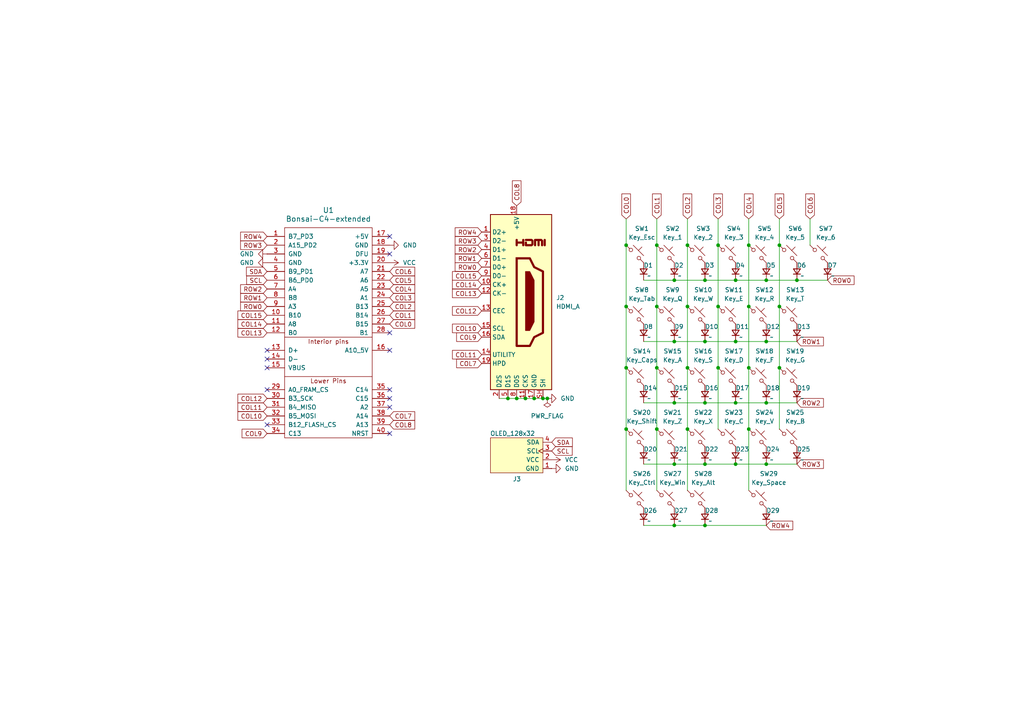
<source format=kicad_sch>
(kicad_sch (version 20231120) (generator "eeschema") (generator_version "8.0")
  (paper "A4")
  (lib_symbols
    (symbol "Bonsai_C4:Bonsai-C4-extended" (pin_names (offset 1.016))
      (property "Reference" "U" (at 0 24.13 0))
      (property "Value" "Bonsai-C4-extended" (at 0 -48.26 0))
      (symbol "Bonsai-C4-extended_0_0"
        (text "Lower Pins" (at 0 -22.86 0) (effects (font (size 1.27 1.27))))
      )
      (symbol "Bonsai-C4-extended_0_1"
        (polyline (pts (xy -12.7 -21.59) (xy 12.7 -21.59)))
      )
      (symbol "Bonsai-C4-extended_1_1"
        (rectangle (start -12.7 21.59) (end 12.7 -39.37))
        (polyline (pts (xy -12.7 -10.16) (xy 12.7 -10.16)))
        (text "Interior pins" (at 0 -11.43 0) (effects (font (size 1.27 1.27))))
        (pin bidirectional line (at -17.78 19.05 0) (length 5.08) (name "B7_PD3") (number "1"))
        (pin bidirectional line (at -17.78 -3.81 0) (length 5.08) (name "B10") (number "10"))
        (pin bidirectional line (at -17.78 -6.35 0) (length 5.08) (name "A8") (number "11"))
        (pin bidirectional line (at -17.78 -8.89 0) (length 5.08) (name "B0") (number "12"))
        (pin bidirectional line (at -17.78 -13.97 0) (length 5.08) (name "D+") (number "13"))
        (pin bidirectional line (at -17.78 -16.51 0) (length 5.08) (name "D-") (number "14"))
        (pin power_out line (at -17.78 -19.05 0) (length 5.08) (name "VBUS") (number "15"))
        (pin output line (at 17.78 -13.97 180) (length 5.08) (name "A10_5V") (number "16"))
        (pin power_out line (at 17.78 19.05 180) (length 5.08) (name "+5V") (number "17"))
        (pin power_in line (at 17.78 16.51 180) (length 5.08) (name "GND") (number "18"))
        (pin input line (at 17.78 13.97 180) (length 5.08) (name "DFU") (number "19"))
        (pin bidirectional line (at -17.78 16.51 0) (length 5.08) (name "A15_PD2") (number "2"))
        (pin power_out line (at 17.78 11.43 180) (length 5.08) (name "+3.3V") (number "20"))
        (pin bidirectional line (at 17.78 8.89 180) (length 5.08) (name "A7") (number "21"))
        (pin bidirectional line (at 17.78 6.35 180) (length 5.08) (name "A6") (number "22"))
        (pin bidirectional line (at 17.78 3.81 180) (length 5.08) (name "A5") (number "23"))
        (pin bidirectional line (at 17.78 1.27 180) (length 5.08) (name "A1") (number "24"))
        (pin bidirectional line (at 17.78 -1.27 180) (length 5.08) (name "B13") (number "25"))
        (pin bidirectional line (at 17.78 -3.81 180) (length 5.08) (name "B14") (number "26"))
        (pin bidirectional line (at 17.78 -6.35 180) (length 5.08) (name "B15") (number "27"))
        (pin bidirectional line (at 17.78 -8.89 180) (length 5.08) (name "B1") (number "28"))
        (pin output line (at -17.78 -25.4 0) (length 5.08) (name "A0_FRAM_CS") (number "29"))
        (pin power_in line (at -17.78 13.97 0) (length 5.08) (name "GND") (number "3"))
        (pin output line (at -17.78 -27.94 0) (length 5.08) (name "B3_SCK") (number "30"))
        (pin input line (at -17.78 -30.48 0) (length 5.08) (name "B4_MISO") (number "31"))
        (pin output line (at -17.78 -33.02 0) (length 5.08) (name "B5_MOSI") (number "32"))
        (pin output line (at -17.78 -35.56 0) (length 5.08) (name "B12_FLASH_CS") (number "33"))
        (pin bidirectional line (at -17.78 -38.1 0) (length 5.08) (name "C13") (number "34"))
        (pin bidirectional line (at 17.78 -25.4 180) (length 5.08) (name "C14") (number "35"))
        (pin bidirectional line (at 17.78 -27.94 180) (length 5.08) (name "C15") (number "36"))
        (pin bidirectional line (at 17.78 -30.48 180) (length 5.08) (name "A2") (number "37"))
        (pin bidirectional line (at 17.78 -33.02 180) (length 5.08) (name "A14") (number "38"))
        (pin bidirectional line (at 17.78 -35.56 180) (length 5.08) (name "A13") (number "39"))
        (pin power_in line (at -17.78 11.43 0) (length 5.08) (name "GND") (number "4"))
        (pin input line (at 17.78 -38.1 180) (length 5.08) (name "NRST") (number "40"))
        (pin bidirectional line (at -17.78 8.89 0) (length 5.08) (name "B9_PD1") (number "5"))
        (pin bidirectional line (at -17.78 6.35 0) (length 5.08) (name "B6_PD0") (number "6"))
        (pin bidirectional line (at -17.78 3.81 0) (length 5.08) (name "A4") (number "7"))
        (pin bidirectional line (at -17.78 1.27 0) (length 5.08) (name "B8") (number "8"))
        (pin bidirectional line (at -17.78 -1.27 0) (length 5.08) (name "A3") (number "9"))
      )
    )
    (symbol "Connector:HDMI_A"
      (property "Reference" "J" (at -6.35 26.67 0))
      (property "Value" "HDMI_A" (at 10.16 26.67 0))
      (symbol "HDMI_A_0_0"
        (polyline (pts (xy 8.128 16.51) (xy 8.128 18.034)) (stroke (width 0.635)))
        (polyline (pts (xy 0 16.51) (xy 0 18.034) (xy 0 17.272) (xy 1.905 17.272) (xy 1.905 18.034) (xy 1.905 16.51)) (stroke (width 0.635)))
        (polyline (pts (xy 2.667 18.034) (xy 4.318 18.034) (xy 4.572 17.78) (xy 4.572 16.764) (xy 4.318 16.51) (xy 2.667 16.51) (xy 2.667 17.272)) (stroke (width 0.635)))
      )
      (symbol "HDMI_A_0_1"
        (rectangle (start -7.62 25.4) (end 10.16 -25.4) (stroke (width 0.254)) (fill (type background)))
        (polyline (pts (xy 2.54 8.89) (xy 3.81 8.89) (xy 5.08 6.35) (xy 5.08 -5.715) (xy 3.81 -8.255) (xy 2.54 -8.255) (xy 2.54 8.89)) (fill (type outline)))
        (polyline (pts (xy 5.334 16.51) (xy 5.334 18.034) (xy 6.35 18.034) (xy 6.35 16.51) (xy 6.35 18.034) (xy 7.112 18.034) (xy 7.366 17.78) (xy 7.366 16.51)) (stroke (width 0.635)))
        (polyline (pts (xy 0 12.7) (xy 0 -12.7) (xy 3.81 -12.7) (xy 5.08 -10.16) (xy 7.62 -8.89) (xy 7.62 8.89) (xy 5.08 10.16) (xy 3.81 12.7) (xy 0 12.7)) (stroke (width 0.635)))
      )
      (symbol "HDMI_A_1_1"
        (pin passive line (at -10.16 20.32 0) (length 2.54) (name "D2+") (number "1"))
        (pin passive line (at -10.16 5.08 0) (length 2.54) (name "CK+") (number "10"))
        (pin power_in line (at 2.54 -27.94 90) (length 2.54) (name "CKS") (number "11"))
        (pin passive line (at -10.16 2.54 0) (length 2.54) (name "CK-") (number "12"))
        (pin bidirectional line (at -10.16 -2.54 0) (length 2.54) (name "CEC") (number "13"))
        (pin passive line (at -10.16 -15.24 0) (length 2.54) (name "UTILITY") (number "14"))
        (pin passive line (at -10.16 -7.62 0) (length 2.54) (name "SCL") (number "15"))
        (pin bidirectional line (at -10.16 -10.16 0) (length 2.54) (name "SDA") (number "16"))
        (pin power_in line (at 5.08 -27.94 90) (length 2.54) (name "GND") (number "17"))
        (pin power_in line (at 0 27.94 270) (length 2.54) (name "+5V") (number "18"))
        (pin passive line (at -10.16 -17.78 0) (length 2.54) (name "HPD") (number "19"))
        (pin power_in line (at -5.08 -27.94 90) (length 2.54) (name "D2S") (number "2"))
        (pin passive line (at -10.16 17.78 0) (length 2.54) (name "D2-") (number "3"))
        (pin passive line (at -10.16 15.24 0) (length 2.54) (name "D1+") (number "4"))
        (pin power_in line (at -2.54 -27.94 90) (length 2.54) (name "D1S") (number "5"))
        (pin passive line (at -10.16 12.7 0) (length 2.54) (name "D1-") (number "6"))
        (pin passive line (at -10.16 10.16 0) (length 2.54) (name "D0+") (number "7"))
        (pin power_in line (at 0 -27.94 90) (length 2.54) (name "D0S") (number "8"))
        (pin passive line (at -10.16 7.62 0) (length 2.54) (name "D0-") (number "9"))
        (pin passive line (at 7.62 -27.94 90) (length 2.54) (name "SH") (number "SH"))
      )
    )
    (symbol "Device:D_Small" (pin_numbers hide) (pin_names (offset 0.254) hide)
      (property "Reference" "D" (at -1.27 2.032 0))
      (property "Value" "D_Small" (at -3.81 -2.032 0))
      (symbol "D_Small_0_1"
        (polyline (pts (xy -0.762 -1.016) (xy -0.762 1.016)) (stroke (width 0.254)))
        (polyline (pts (xy -0.762 0) (xy 0.762 0)))
        (polyline (pts (xy 0.762 -1.016) (xy -0.762 0) (xy 0.762 1.016) (xy 0.762 -1.016)) (stroke (width 0.254)))
      )
      (symbol "D_Small_1_1"
        (pin passive line (at -2.54 0 0) (length 1.778) (name "K") (number "1"))
        (pin passive line (at 2.54 0 180) (length 1.778) (name "A") (number "2"))
      )
    )
    (symbol "ScottoKeebs:OLED_128x32" (pin_names (offset 1.016))
      (property "Reference" "J" (at 0 -6.35 0))
      (property "Value" "OLED_128x32" (at 0 6.35 0))
      (symbol "OLED_128x32_0_1"
        (rectangle (start 0 5.08) (end 15.24 -5.08) (fill (type background)))
      )
      (symbol "OLED_128x32_1_1"
        (pin power_in line (at -2.54 -3.81 0) (length 2.54) (name "GND") (number "1"))
        (pin power_in line (at -2.54 -1.27 0) (length 2.54) (name "VCC") (number "2"))
        (pin input clock (at -2.54 1.27 0) (length 2.54) (name "SCL") (number "3"))
        (pin bidirectional line (at -2.54 3.81 0) (length 2.54) (name "SDA") (number "4"))
      )
    )
    (symbol "Switch:SW_Push_45deg" (pin_numbers hide) (pin_names (offset 1.016) hide)
      (property "Reference" "SW" (at 3.048 1.016 0))
      (property "Value" "SW_Push_45deg" (at 0 -3.81 0))
      (symbol "SW_Push_45deg_0_1"
        (circle (center -1.1684 1.1684) (radius 0.508))
        (polyline (pts (xy -0.508 2.54) (xy 2.54 -0.508)))
        (polyline (pts (xy 1.016 1.016) (xy 2.032 2.032)))
        (polyline (pts (xy -2.54 2.54) (xy -1.524 1.524) (xy -1.524 1.524)))
        (polyline (pts (xy 1.524 -1.524) (xy 2.54 -2.54) (xy 2.54 -2.54) (xy 2.54 -2.54)))
        (circle (center 1.143 -1.1938) (radius 0.508))
        (pin passive line (at -2.54 2.54 0) (length 0) (name "1") (number "1"))
        (pin passive line (at 2.54 -2.54 180) (length 0) (name "2") (number "2"))
      )
    )
    (symbol "power:GND" (power) (pin_numbers hide) (pin_names (offset 0) hide)
      (property "Value" "GND" (at 0 -3.81 0))
      (symbol "GND_0_1"
        (polyline (pts (xy 0 0) (xy 0 -1.27) (xy 1.27 -1.27) (xy 0 -2.54) (xy -1.27 -1.27) (xy 0 -1.27)))
      )
      (symbol "GND_1_1"
        (pin power_in line (at 0 0 270) (length 0) (name "~") (number "1"))
      )
    )
    (symbol "power:PWR_FLAG" (power) (pin_numbers hide) (pin_names (offset 0) hide)
      (property "Value" "PWR_FLAG" (at 0 3.81 0))
      (symbol "PWR_FLAG_0_0"
        (pin power_out line (at 0 0 90) (length 0) (name "~") (number "1"))
      )
      (symbol "PWR_FLAG_0_1"
        (polyline (pts (xy 0 0) (xy 0 1.27) (xy -1.016 1.905) (xy 0 2.54) (xy 1.016 1.905) (xy 0 1.27)))
      )
    )
    (symbol "power:VCC" (power) (pin_numbers hide) (pin_names (offset 0) hide)
      (property "Value" "VCC" (at 0 3.556 0))
      (symbol "VCC_0_1"
        (polyline (pts (xy -0.762 1.27) (xy 0 2.54)))
        (polyline (pts (xy 0 0) (xy 0 2.54)))
        (polyline (pts (xy 0 2.54) (xy 0.762 1.27)))
      )
      (symbol "VCC_1_1"
        (pin power_in line (at 0 0 90) (length 0) (name "~") (number "1"))
      )
    )
  )
  (junction (at 190.5 88.9))
  (junction (at 195.58 116.84))
  (junction (at 217.17 88.9))
  (junction (at 226.06 71.12))
  (junction (at 199.39 124.46))
  (junction (at 213.36 99.06))
  (junction (at 226.06 106.68))
  (junction (at 195.58 81.28))
  (junction (at 204.47 81.28))
  (junction (at 195.58 99.06))
  (junction (at 217.17 71.12))
  (junction (at 217.17 124.46))
  (junction (at 222.25 116.84))
  (junction (at 181.61 106.68))
  (junction (at 222.25 99.06))
  (junction (at 204.47 152.4))
  (junction (at 190.5 71.12))
  (junction (at 181.61 88.9))
  (junction (at 195.58 134.62))
  (junction (at 222.25 81.28))
  (junction (at 213.36 81.28))
  (junction (at 222.25 134.62))
  (junction (at 204.47 99.06))
  (junction (at 154.94 115.57))
  (junction (at 199.39 106.68))
  (junction (at 213.36 116.84))
  (junction (at 199.39 88.9))
  (junction (at 226.06 88.9))
  (junction (at 213.36 134.62))
  (junction (at 149.86 115.57))
  (junction (at 181.61 124.46))
  (junction (at 157.48 115.57))
  (junction (at 181.61 71.12))
  (junction (at 217.17 106.68))
  (junction (at 208.28 106.68))
  (junction (at 231.14 81.28))
  (junction (at 158.75 115.57))
  (junction (at 190.5 106.68))
  (junction (at 152.4 115.57))
  (junction (at 190.5 124.46))
  (junction (at 208.28 88.9))
  (junction (at 147.32 115.57))
  (junction (at 204.47 134.62))
  (junction (at 208.28 71.12))
  (junction (at 204.47 116.84))
  (junction (at 195.58 152.4))
  (junction (at 199.39 71.12))
  (no_connect (at 113.03 115.57))
  (no_connect (at 113.03 113.03))
  (no_connect (at 113.03 101.6))
  (no_connect (at 113.03 96.52))
  (no_connect (at 77.47 113.03))
  (no_connect (at 77.47 101.6))
  (no_connect (at 113.03 118.11))
  (no_connect (at 77.47 123.19))
  (no_connect (at 77.47 106.68))
  (no_connect (at 77.47 104.14))
  (no_connect (at 113.03 125.73))
  (no_connect (at 113.03 73.66))
  (no_connect (at 113.03 68.58))
  (wire (pts (xy 208.28 71.12) (xy 208.28 88.9)))
  (wire (pts (xy 213.36 99.06) (xy 222.25 99.06)))
  (wire (pts (xy 231.14 81.28) (xy 240.03 81.28)))
  (wire (pts (xy 181.61 88.9) (xy 181.61 106.68)))
  (wire (pts (xy 186.69 134.62) (xy 195.58 134.62)))
  (wire (pts (xy 204.47 99.06) (xy 213.36 99.06)))
  (wire (pts (xy 213.36 116.84) (xy 222.25 116.84)))
  (wire (pts (xy 181.61 106.68) (xy 181.61 124.46)))
  (wire (pts (xy 158.75 115.57) (xy 157.48 115.57)))
  (wire (pts (xy 222.25 99.06) (xy 231.14 99.06)))
  (wire (pts (xy 217.17 88.9) (xy 217.17 106.68)))
  (wire (pts (xy 190.5 63.5) (xy 190.5 71.12)))
  (wire (pts (xy 190.5 124.46) (xy 190.5 142.24)))
  (wire (pts (xy 190.5 106.68) (xy 190.5 124.46)))
  (wire (pts (xy 195.58 116.84) (xy 204.47 116.84)))
  (wire (pts (xy 208.28 106.68) (xy 208.28 124.46)))
  (wire (pts (xy 234.95 63.5) (xy 234.95 71.12)))
  (wire (pts (xy 226.06 71.12) (xy 226.06 88.9)))
  (wire (pts (xy 226.06 106.68) (xy 226.06 124.46)))
  (wire (pts (xy 204.47 81.28) (xy 213.36 81.28)))
  (wire (pts (xy 199.39 106.68) (xy 199.39 124.46)))
  (wire (pts (xy 226.06 63.5) (xy 226.06 71.12)))
  (wire (pts (xy 208.28 63.5) (xy 208.28 71.12)))
  (wire (pts (xy 199.39 124.46) (xy 199.39 142.24)))
  (wire (pts (xy 181.61 71.12) (xy 181.61 88.9)))
  (wire (pts (xy 186.69 81.28) (xy 195.58 81.28)))
  (wire (pts (xy 204.47 116.84) (xy 213.36 116.84)))
  (wire (pts (xy 204.47 152.4) (xy 222.25 152.4)))
  (wire (pts (xy 222.25 134.62) (xy 231.14 134.62)))
  (wire (pts (xy 144.78 115.57) (xy 147.32 115.57)))
  (wire (pts (xy 181.61 63.5) (xy 181.61 71.12)))
  (wire (pts (xy 199.39 88.9) (xy 199.39 106.68)))
  (wire (pts (xy 190.5 71.12) (xy 190.5 88.9)))
  (wire (pts (xy 147.32 115.57) (xy 149.86 115.57)))
  (wire (pts (xy 154.94 115.57) (xy 157.48 115.57)))
  (wire (pts (xy 208.28 88.9) (xy 208.28 106.68)))
  (wire (pts (xy 217.17 124.46) (xy 217.17 142.24)))
  (wire (pts (xy 217.17 71.12) (xy 217.17 88.9)))
  (wire (pts (xy 186.69 152.4) (xy 195.58 152.4)))
  (wire (pts (xy 226.06 88.9) (xy 226.06 106.68)))
  (wire (pts (xy 152.4 115.57) (xy 154.94 115.57)))
  (wire (pts (xy 186.69 99.06) (xy 195.58 99.06)))
  (wire (pts (xy 217.17 63.5) (xy 217.17 71.12)))
  (wire (pts (xy 195.58 81.28) (xy 204.47 81.28)))
  (wire (pts (xy 190.5 88.9) (xy 190.5 106.68)))
  (wire (pts (xy 222.25 81.28) (xy 231.14 81.28)))
  (wire (pts (xy 217.17 106.68) (xy 217.17 124.46)))
  (wire (pts (xy 195.58 99.06) (xy 204.47 99.06)))
  (wire (pts (xy 195.58 152.4) (xy 204.47 152.4)))
  (wire (pts (xy 204.47 134.62) (xy 213.36 134.62)))
  (wire (pts (xy 199.39 71.12) (xy 199.39 88.9)))
  (wire (pts (xy 222.25 116.84) (xy 231.14 116.84)))
  (wire (pts (xy 186.69 116.84) (xy 195.58 116.84)))
  (wire (pts (xy 213.36 81.28) (xy 222.25 81.28)))
  (wire (pts (xy 195.58 134.62) (xy 204.47 134.62)))
  (wire (pts (xy 149.86 115.57) (xy 152.4 115.57)))
  (wire (pts (xy 181.61 124.46) (xy 181.61 142.24)))
  (wire (pts (xy 213.36 134.62) (xy 222.25 134.62)))
  (wire (pts (xy 199.39 63.5) (xy 199.39 71.12)))
  (global_label "ROW4" (shape input) (at 222.25 152.4 0) (property "Intersheetrefs" "${INTERSHEET_REFS}" (effects (hide yes))))
  (global_label "COL10" (shape input) (at 77.47 120.65 180) (property "Intersheetrefs" "${INTERSHEET_REFS}" (effects (hide yes))))
  (global_label "COL11" (shape input) (at 139.7 102.87 180) (property "Intersheetrefs" "${INTERSHEET_REFS}" (effects (hide yes))))
  (global_label "ROW4" (shape input) (at 139.7 67.31 180) (property "Intersheetrefs" "${INTERSHEET_REFS}" (effects (hide yes))))
  (global_label "COL13" (shape input) (at 77.47 96.52 180) (property "Intersheetrefs" "${INTERSHEET_REFS}" (effects (hide yes))))
  (global_label "COL14" (shape input) (at 77.47 93.98 180) (property "Intersheetrefs" "${INTERSHEET_REFS}" (effects (hide yes))))
  (global_label "COL7" (shape input) (at 113.03 120.65 0) (property "Intersheetrefs" "${INTERSHEET_REFS}" (effects (hide yes))))
  (global_label "COL6" (shape input) (at 113.03 78.74 0) (property "Intersheetrefs" "${INTERSHEET_REFS}" (effects (hide yes))))
  (global_label "COL12" (shape input) (at 139.7 90.17 180) (property "Intersheetrefs" "${INTERSHEET_REFS}" (effects (hide yes))))
  (global_label "ROW1" (shape input) (at 231.14 99.06 0) (property "Intersheetrefs" "${INTERSHEET_REFS}" (effects (hide yes))))
  (global_label "COL0" (shape input) (at 113.03 93.98 0) (property "Intersheetrefs" "${INTERSHEET_REFS}" (effects (hide yes))))
  (global_label "SDA" (shape input) (at 77.47 78.74 180) (property "Intersheetrefs" "${INTERSHEET_REFS}" (effects (hide yes))))
  (global_label "COL2" (shape input) (at 113.03 88.9 0) (property "Intersheetrefs" "${INTERSHEET_REFS}" (effects (hide yes))))
  (global_label "COL13" (shape input) (at 139.7 85.09 180) (property "Intersheetrefs" "${INTERSHEET_REFS}" (effects (hide yes))))
  (global_label "COL7" (shape input) (at 139.7 105.41 180) (property "Intersheetrefs" "${INTERSHEET_REFS}" (effects (hide yes))))
  (global_label "ROW0" (shape input) (at 240.03 81.28 0) (property "Intersheetrefs" "${INTERSHEET_REFS}" (effects (hide yes))))
  (global_label "COL11" (shape input) (at 77.47 118.11 180) (property "Intersheetrefs" "${INTERSHEET_REFS}" (effects (hide yes))))
  (global_label "COL8" (shape input) (at 149.86 59.69 90) (property "Intersheetrefs" "${INTERSHEET_REFS}" (effects (hide yes))))
  (global_label "COL8" (shape input) (at 113.03 123.19 0) (property "Intersheetrefs" "${INTERSHEET_REFS}" (effects (hide yes))))
  (global_label "ROW2" (shape input) (at 231.14 116.84 0) (property "Intersheetrefs" "${INTERSHEET_REFS}" (effects (hide yes))))
  (global_label "COL1" (shape input) (at 190.5 63.5 90) (property "Intersheetrefs" "${INTERSHEET_REFS}" (effects (hide yes))))
  (global_label "ROW3" (shape input) (at 77.47 71.12 180) (property "Intersheetrefs" "${INTERSHEET_REFS}" (effects (hide yes))))
  (global_label "COL6" (shape input) (at 234.95 63.5 90) (property "Intersheetrefs" "${INTERSHEET_REFS}" (effects (hide yes))))
  (global_label "SCL" (shape input) (at 77.47 81.28 180) (property "Intersheetrefs" "${INTERSHEET_REFS}" (effects (hide yes))))
  (global_label "COL4" (shape input) (at 217.17 63.5 90) (property "Intersheetrefs" "${INTERSHEET_REFS}" (effects (hide yes))))
  (global_label "COL15" (shape input) (at 77.47 91.44 180) (property "Intersheetrefs" "${INTERSHEET_REFS}" (effects (hide yes))))
  (global_label "COL9" (shape input) (at 77.47 125.73 180) (property "Intersheetrefs" "${INTERSHEET_REFS}" (effects (hide yes))))
  (global_label "COL0" (shape input) (at 181.61 63.5 90) (property "Intersheetrefs" "${INTERSHEET_REFS}" (effects (hide yes))))
  (global_label "COL9" (shape input) (at 139.7 97.79 180) (property "Intersheetrefs" "${INTERSHEET_REFS}" (effects (hide yes))))
  (global_label "ROW0" (shape input) (at 77.47 88.9 180) (property "Intersheetrefs" "${INTERSHEET_REFS}" (effects (hide yes))))
  (global_label "COL10" (shape input) (at 139.7 95.25 180) (property "Intersheetrefs" "${INTERSHEET_REFS}" (effects (hide yes))))
  (global_label "ROW3" (shape input) (at 139.7 69.85 180) (property "Intersheetrefs" "${INTERSHEET_REFS}" (effects (hide yes))))
  (global_label "COL2" (shape input) (at 199.39 63.5 90) (property "Intersheetrefs" "${INTERSHEET_REFS}" (effects (hide yes))))
  (global_label "COL1" (shape input) (at 113.03 91.44 0) (property "Intersheetrefs" "${INTERSHEET_REFS}" (effects (hide yes))))
  (global_label "COL5" (shape input) (at 226.06 63.5 90) (property "Intersheetrefs" "${INTERSHEET_REFS}" (effects (hide yes))))
  (global_label "ROW2" (shape input) (at 139.7 72.39 180) (property "Intersheetrefs" "${INTERSHEET_REFS}" (effects (hide yes))))
  (global_label "COL12" (shape input) (at 77.47 115.57 180) (property "Intersheetrefs" "${INTERSHEET_REFS}" (effects (hide yes))))
  (global_label "COL4" (shape input) (at 113.03 83.82 0) (property "Intersheetrefs" "${INTERSHEET_REFS}" (effects (hide yes))))
  (global_label "COL14" (shape input) (at 139.7 82.55 180) (property "Intersheetrefs" "${INTERSHEET_REFS}" (effects (hide yes))))
  (global_label "ROW1" (shape input) (at 77.47 86.36 180) (property "Intersheetrefs" "${INTERSHEET_REFS}" (effects (hide yes))))
  (global_label "COL3" (shape input) (at 113.03 86.36 0) (property "Intersheetrefs" "${INTERSHEET_REFS}" (effects (hide yes))))
  (global_label "SDA" (shape input) (at 160.02 128.27 0) (property "Intersheetrefs" "${INTERSHEET_REFS}" (effects (hide yes))))
  (global_label "ROW3" (shape input) (at 231.14 134.62 0) (property "Intersheetrefs" "${INTERSHEET_REFS}" (effects (hide yes))))
  (global_label "ROW0" (shape input) (at 139.7 77.47 180) (property "Intersheetrefs" "${INTERSHEET_REFS}" (effects (hide yes))))
  (global_label "ROW1" (shape input) (at 139.7 74.93 180) (property "Intersheetrefs" "${INTERSHEET_REFS}" (effects (hide yes))))
  (global_label "ROW4" (shape input) (at 77.47 68.58 180) (property "Intersheetrefs" "${INTERSHEET_REFS}" (effects (hide yes))))
  (global_label "COL3" (shape input) (at 208.28 63.5 90) (property "Intersheetrefs" "${INTERSHEET_REFS}" (effects (hide yes))))
  (global_label "ROW2" (shape input) (at 77.47 83.82 180) (property "Intersheetrefs" "${INTERSHEET_REFS}" (effects (hide yes))))
  (global_label "COL5" (shape input) (at 113.03 81.28 0) (property "Intersheetrefs" "${INTERSHEET_REFS}" (effects (hide yes))))
  (global_label "COL15" (shape input) (at 139.7 80.01 180) (property "Intersheetrefs" "${INTERSHEET_REFS}" (effects (hide yes))))
  (global_label "SCL" (shape input) (at 160.02 130.81 0) (property "Intersheetrefs" "${INTERSHEET_REFS}" (effects (hide yes))))
  (symbol (lib_id "Device:D_Small") (at 213.36 114.3 90) (unit 1)
    (property "Reference" "D17" (at 213.36 112.522 90) (effects (justify right)))
    (property "Value" "~" (at 214.376 115.57 90) (effects (justify right)))
    (property "Footprint" "Diode_SMD:D_SOD-123" (effects (hide yes)))
    (property "Description" "Diode, small symbol" (effects (hide yes)))
    (property "Sim.Device" "D" (effects (hide yes)))
    (property "Sim.Pins" "1=K 2=A" (effects (hide yes)))
  )
  (symbol (lib_id "ScottoKeebs:OLED_128x32") (at 157.48 132.08 0) (mirror y) (unit 1)
    (property "Reference" "J3" (at 151.13 138.938 0) (effects (justify left)))
    (property "Value" "OLED_128x32" (at 155.194 125.73 0) (effects (justify left)))
    (property "Footprint" "ScottoKeebs_Components:OLED_128x32" (effects (hide yes)))
  )
  (symbol (lib_id "Device:D_Small") (at 204.47 114.3 90) (unit 1)
    (property "Reference" "D16" (at 204.47 112.522 90) (effects (justify right)))
    (property "Value" "~" (at 205.486 115.57 90) (effects (justify right)))
    (property "Footprint" "Diode_SMD:D_SOD-123" (effects (hide yes)))
    (property "Description" "Diode, small symbol" (effects (hide yes)))
    (property "Sim.Device" "D" (effects (hide yes)))
    (property "Sim.Pins" "1=K 2=A" (effects (hide yes)))
  )
  (symbol (lib_id "Switch:SW_Push_45deg") (at 219.71 73.66 0) (unit 1)
    (property "Reference" "SW5" (at 221.742 66.294 0))
    (property "Value" "Key_4" (at 221.742 68.834 0))
    (property "Footprint" "key-switches:SW_Gateron_LowProfile_HotSwap_Good" (effects (hide yes)))
    (property "Description" "Push button switch, normally open, two pins, 45° tilted" (effects (hide yes)))
  )
  (symbol (lib_id "Device:D_Small") (at 186.69 114.3 90) (unit 1)
    (property "Reference" "D14" (at 186.69 112.522 90) (effects (justify right)))
    (property "Value" "~" (at 187.706 115.57 90) (effects (justify right)))
    (property "Footprint" "Diode_SMD:D_SOD-123" (effects (hide yes)))
    (property "Description" "Diode, small symbol" (effects (hide yes)))
    (property "Sim.Device" "D" (effects (hide yes)))
    (property "Sim.Pins" "1=K 2=A" (effects (hide yes)))
  )
  (symbol (lib_id "Connector:HDMI_A") (at 149.86 87.63 0) (unit 1)
    (property "Reference" "J2" (at 161.29 86.3599 0) (effects (justify left)))
    (property "Value" "HDMI_A" (at 161.29 88.8999 0) (effects (justify left)))
    (property "Footprint" "Connector_Video:HDMI_A_Amphenol_10029449-x01xLF_Horizontal" (effects (hide yes)))
    (property "Datasheet" "https://en.wikipedia.org/wiki/HDMI" (effects (hide yes)))
    (property "Description" "HDMI type A connector" (effects (hide yes)))
  )
  (symbol (lib_id "Device:D_Small") (at 231.14 132.08 90) (unit 1)
    (property "Reference" "D25" (at 231.14 130.302 90) (effects (justify right)))
    (property "Value" "~" (at 232.156 133.35 90) (effects (justify right)))
    (property "Footprint" "Diode_SMD:D_SOD-123" (effects (hide yes)))
    (property "Description" "Diode, small symbol" (effects (hide yes)))
    (property "Sim.Device" "D" (effects (hide yes)))
    (property "Sim.Pins" "1=K 2=A" (effects (hide yes)))
  )
  (symbol (lib_id "Switch:SW_Push_45deg") (at 201.93 91.44 0) (unit 1)
    (property "Reference" "SW10" (at 203.962 84.074 0))
    (property "Value" "Key_W" (at 203.962 86.614 0))
    (property "Footprint" "key-switches:SW_Gateron_LowProfile_HotSwap_Good" (effects (hide yes)))
    (property "Description" "Push button switch, normally open, two pins, 45° tilted" (effects (hide yes)))
  )
  (symbol (lib_id "Switch:SW_Push_45deg") (at 184.15 144.78 0) (unit 1)
    (property "Reference" "SW26" (at 186.182 137.414 0))
    (property "Value" "Key_Ctrl" (at 186.182 139.954 0))
    (property "Footprint" "key-switches:SW_Gateron_LowProfile_HotSwap_Good" (effects (hide yes)))
    (property "Description" "Push button switch, normally open, two pins, 45° tilted" (effects (hide yes)))
  )
  (symbol (lib_id "Switch:SW_Push_45deg") (at 193.04 127 0) (unit 1)
    (property "Reference" "SW21" (at 195.072 119.634 0))
    (property "Value" "Key_Z" (at 195.072 122.174 0))
    (property "Footprint" "key-switches:SW_Gateron_LowProfile_HotSwap_Good" (effects (hide yes)))
    (property "Description" "Push button switch, normally open, two pins, 45° tilted" (effects (hide yes)))
  )
  (symbol (lib_id "power:GND") (at 77.47 76.2 270) (unit 1)
    (property "Reference" "#PWR05" (effects (hide yes)))
    (property "Value" "GND" (at 73.66 76.1999 90) (effects (justify right)))
    (property "Description" "Power symbol creates a global label with name \"GND\" , ground" (effects (hide yes)))
  )
  (symbol (lib_id "Switch:SW_Push_45deg") (at 210.82 109.22 0) (unit 1)
    (property "Reference" "SW17" (at 212.852 101.854 0))
    (property "Value" "Key_D" (at 212.852 104.394 0))
    (property "Footprint" "key-switches:SW_Gateron_LowProfile_HotSwap_Good" (effects (hide yes)))
    (property "Description" "Push button switch, normally open, two pins, 45° tilted" (effects (hide yes)))
  )
  (symbol (lib_id "Device:D_Small") (at 222.25 149.86 90) (unit 1)
    (property "Reference" "D29" (at 222.25 148.082 90) (effects (justify right)))
    (property "Value" "~" (at 223.266 151.13 90) (effects (justify right)))
    (property "Footprint" "Diode_SMD:D_SOD-123" (effects (hide yes)))
    (property "Description" "Diode, small symbol" (effects (hide yes)))
    (property "Sim.Device" "D" (effects (hide yes)))
    (property "Sim.Pins" "1=K 2=A" (effects (hide yes)))
  )
  (symbol (lib_id "power:GND") (at 158.75 115.57 90) (unit 1)
    (property "Reference" "#PWR07" (effects (hide yes)))
    (property "Value" "GND" (at 162.56 115.5699 90) (effects (justify right)))
    (property "Description" "Power symbol creates a global label with name \"GND\" , ground" (effects (hide yes)))
  )
  (symbol (lib_id "Device:D_Small") (at 213.36 78.74 90) (unit 1)
    (property "Reference" "D4" (at 213.36 76.962 90) (effects (justify right)))
    (property "Value" "~" (at 214.376 80.01 90) (effects (justify right)))
    (property "Footprint" "Diode_SMD:D_SOD-123" (effects (hide yes)))
    (property "Description" "Diode, small symbol" (effects (hide yes)))
    (property "Sim.Device" "D" (effects (hide yes)))
    (property "Sim.Pins" "1=K 2=A" (effects (hide yes)))
  )
  (symbol (lib_id "Device:D_Small") (at 222.25 114.3 90) (unit 1)
    (property "Reference" "D18" (at 222.25 112.522 90) (effects (justify right)))
    (property "Value" "~" (at 223.266 115.57 90) (effects (justify right)))
    (property "Footprint" "Diode_SMD:D_SOD-123" (effects (hide yes)))
    (property "Description" "Diode, small symbol" (effects (hide yes)))
    (property "Sim.Device" "D" (effects (hide yes)))
    (property "Sim.Pins" "1=K 2=A" (effects (hide yes)))
  )
  (symbol (lib_id "power:GND") (at 160.02 135.89 90) (unit 1)
    (property "Reference" "#PWR06" (effects (hide yes)))
    (property "Value" "GND" (at 163.83 135.8899 90) (effects (justify right)))
    (property "Description" "Power symbol creates a global label with name \"GND\" , ground" (effects (hide yes)))
  )
  (symbol (lib_id "Switch:SW_Push_45deg") (at 201.93 144.78 0) (unit 1)
    (property "Reference" "SW28" (at 203.962 137.414 0))
    (property "Value" "Key_Alt" (at 203.962 139.954 0))
    (property "Footprint" "key-switches:SW_Gateron_LowProfile_HotSwap_Good" (effects (hide yes)))
    (property "Description" "Push button switch, normally open, two pins, 45° tilted" (effects (hide yes)))
  )
  (symbol (lib_id "Device:D_Small") (at 204.47 149.86 90) (unit 1)
    (property "Reference" "D28" (at 204.47 148.082 90) (effects (justify right)))
    (property "Value" "~" (at 205.486 151.13 90) (effects (justify right)))
    (property "Footprint" "Diode_SMD:D_SOD-123" (effects (hide yes)))
    (property "Description" "Diode, small symbol" (effects (hide yes)))
    (property "Sim.Device" "D" (effects (hide yes)))
    (property "Sim.Pins" "1=K 2=A" (effects (hide yes)))
  )
  (symbol (lib_id "Switch:SW_Push_45deg") (at 201.93 127 0) (unit 1)
    (property "Reference" "SW22" (at 203.962 119.634 0))
    (property "Value" "Key_X" (at 203.962 122.174 0))
    (property "Footprint" "key-switches:SW_Gateron_LowProfile_HotSwap_Good" (effects (hide yes)))
    (property "Description" "Push button switch, normally open, two pins, 45° tilted" (effects (hide yes)))
  )
  (symbol (lib_id "Switch:SW_Push_45deg") (at 201.93 109.22 0) (unit 1)
    (property "Reference" "SW16" (at 203.962 101.854 0))
    (property "Value" "Key_S" (at 203.962 104.394 0))
    (property "Footprint" "key-switches:SW_Gateron_LowProfile_HotSwap_Good" (effects (hide yes)))
    (property "Description" "Push button switch, normally open, two pins, 45° tilted" (effects (hide yes)))
  )
  (symbol (lib_id "Switch:SW_Push_45deg") (at 219.71 109.22 0) (unit 1)
    (property "Reference" "SW18" (at 221.742 101.854 0))
    (property "Value" "Key_F" (at 221.742 104.394 0))
    (property "Footprint" "key-switches:SW_Gateron_LowProfile_HotSwap_Good" (effects (hide yes)))
    (property "Description" "Push button switch, normally open, two pins, 45° tilted" (effects (hide yes)))
  )
  (symbol (lib_id "Switch:SW_Push_45deg") (at 184.15 91.44 0) (unit 1)
    (property "Reference" "SW8" (at 186.182 84.074 0))
    (property "Value" "Key_Tab" (at 186.182 86.614 0))
    (property "Footprint" "key-switches:SW_Gateron_LowProfile_HotSwap_Good" (effects (hide yes)))
    (property "Description" "Push button switch, normally open, two pins, 45° tilted" (effects (hide yes)))
  )
  (symbol (lib_id "Device:D_Small") (at 231.14 96.52 90) (unit 1)
    (property "Reference" "D13" (at 231.14 94.742 90) (effects (justify right)))
    (property "Value" "~" (at 232.156 97.79 90) (effects (justify right)))
    (property "Footprint" "Diode_SMD:D_SOD-123" (effects (hide yes)))
    (property "Description" "Diode, small symbol" (effects (hide yes)))
    (property "Sim.Device" "D" (effects (hide yes)))
    (property "Sim.Pins" "1=K 2=A" (effects (hide yes)))
  )
  (symbol (lib_id "Device:D_Small") (at 195.58 132.08 90) (unit 1)
    (property "Reference" "D21" (at 195.58 130.302 90) (effects (justify right)))
    (property "Value" "~" (at 196.596 133.35 90) (effects (justify right)))
    (property "Footprint" "Diode_SMD:D_SOD-123" (effects (hide yes)))
    (property "Description" "Diode, small symbol" (effects (hide yes)))
    (property "Sim.Device" "D" (effects (hide yes)))
    (property "Sim.Pins" "1=K 2=A" (effects (hide yes)))
  )
  (symbol (lib_id "Device:D_Small") (at 222.25 96.52 90) (unit 1)
    (property "Reference" "D12" (at 222.25 94.742 90) (effects (justify right)))
    (property "Value" "~" (at 223.266 97.79 90) (effects (justify right)))
    (property "Footprint" "Diode_SMD:D_SOD-123" (effects (hide yes)))
    (property "Description" "Diode, small symbol" (effects (hide yes)))
    (property "Sim.Device" "D" (effects (hide yes)))
    (property "Sim.Pins" "1=K 2=A" (effects (hide yes)))
  )
  (symbol (lib_id "Device:D_Small") (at 204.47 78.74 90) (unit 1)
    (property "Reference" "D3" (at 204.47 76.962 90) (effects (justify right)))
    (property "Value" "~" (at 205.486 80.01 90) (effects (justify right)))
    (property "Footprint" "Diode_SMD:D_SOD-123" (effects (hide yes)))
    (property "Description" "Diode, small symbol" (effects (hide yes)))
    (property "Sim.Device" "D" (effects (hide yes)))
    (property "Sim.Pins" "1=K 2=A" (effects (hide yes)))
  )
  (symbol (lib_id "power:PWR_FLAG") (at 158.75 115.57 180) (unit 1)
    (property "Reference" "#FLG01" (effects (hide yes)))
    (property "Value" "PWR_FLAG" (at 158.75 120.65 0))
    (property "Description" "Special symbol for telling ERC where power comes from" (effects (hide yes)))
  )
  (symbol (lib_id "Switch:SW_Push_45deg") (at 219.71 144.78 0) (unit 1)
    (property "Reference" "SW29" (at 223.012 137.414 0))
    (property "Value" "Key_Space" (at 223.012 139.954 0))
    (property "Footprint" "key-switches:SW_Gateron_LowProfile_HotSwap_Good" (effects (hide yes)))
    (property "Description" "Push button switch, normally open, two pins, 45° tilted" (effects (hide yes)))
  )
  (symbol (lib_id "Switch:SW_Push_45deg") (at 210.82 91.44 0) (unit 1)
    (property "Reference" "SW11" (at 212.852 84.074 0))
    (property "Value" "Key_E" (at 212.852 86.614 0))
    (property "Footprint" "key-switches:SW_Gateron_LowProfile_HotSwap_Good" (effects (hide yes)))
    (property "Description" "Push button switch, normally open, two pins, 45° tilted" (effects (hide yes)))
  )
  (symbol (lib_id "Switch:SW_Push_45deg") (at 228.6 127 0) (unit 1)
    (property "Reference" "SW25" (at 230.632 119.634 0))
    (property "Value" "Key_B" (at 230.632 122.174 0))
    (property "Footprint" "key-switches:SW_Gateron_LowProfile_HotSwap_Good" (effects (hide yes)))
    (property "Description" "Push button switch, normally open, two pins, 45° tilted" (effects (hide yes)))
  )
  (symbol (lib_id "Device:D_Small") (at 195.58 78.74 90) (unit 1)
    (property "Reference" "D2" (at 195.58 76.962 90) (effects (justify right)))
    (property "Value" "~" (at 196.596 80.01 90) (effects (justify right)))
    (property "Footprint" "Diode_SMD:D_SOD-123" (effects (hide yes)))
    (property "Description" "Diode, small symbol" (effects (hide yes)))
    (property "Sim.Device" "D" (effects (hide yes)))
    (property "Sim.Pins" "1=K 2=A" (effects (hide yes)))
  )
  (symbol (lib_id "Device:D_Small") (at 213.36 96.52 90) (unit 1)
    (property "Reference" "D11" (at 213.36 94.742 90) (effects (justify right)))
    (property "Value" "~" (at 214.376 97.79 90) (effects (justify right)))
    (property "Footprint" "Diode_SMD:D_SOD-123" (effects (hide yes)))
    (property "Description" "Diode, small symbol" (effects (hide yes)))
    (property "Sim.Device" "D" (effects (hide yes)))
    (property "Sim.Pins" "1=K 2=A" (effects (hide yes)))
  )
  (symbol (lib_id "Switch:SW_Push_45deg") (at 219.71 127 0) (unit 1)
    (property "Reference" "SW24" (at 221.742 119.634 0))
    (property "Value" "Key_V" (at 221.742 122.174 0))
    (property "Footprint" "key-switches:SW_Gateron_LowProfile_HotSwap_Good" (effects (hide yes)))
    (property "Description" "Push button switch, normally open, two pins, 45° tilted" (effects (hide yes)))
  )
  (symbol (lib_id "power:GND") (at 77.47 73.66 270) (unit 1)
    (property "Reference" "#PWR03" (effects (hide yes)))
    (property "Value" "GND" (at 73.66 73.6599 90) (effects (justify right)))
    (property "Description" "Power symbol creates a global label with name \"GND\" , ground" (effects (hide yes)))
  )
  (symbol (lib_id "Switch:SW_Push_45deg") (at 184.15 127 0) (unit 1)
    (property "Reference" "SW20" (at 186.182 119.634 0))
    (property "Value" "Key_Shift" (at 186.182 122.174 0))
    (property "Footprint" "key-switches:SW_Gateron_LowProfile_HotSwap_Good" (effects (hide yes)))
    (property "Description" "Push button switch, normally open, two pins, 45° tilted" (effects (hide yes)))
  )
  (symbol (lib_id "Switch:SW_Push_45deg") (at 193.04 73.66 0) (unit 1)
    (property "Reference" "SW2" (at 195.072 66.294 0))
    (property "Value" "Key_1" (at 195.072 68.834 0))
    (property "Footprint" "key-switches:SW_Gateron_LowProfile_HotSwap_Good" (effects (hide yes)))
    (property "Description" "Push button switch, normally open, two pins, 45° tilted" (effects (hide yes)))
  )
  (symbol (lib_id "Device:D_Small") (at 186.69 78.74 90) (unit 1)
    (property "Reference" "D1" (at 186.69 76.962 90) (effects (justify right)))
    (property "Value" "~" (at 187.706 80.01 90) (effects (justify right)))
    (property "Footprint" "Diode_SMD:D_SOD-123" (effects (hide yes)))
    (property "Description" "Diode, small symbol" (effects (hide yes)))
    (property "Sim.Device" "D" (effects (hide yes)))
    (property "Sim.Pins" "1=K 2=A" (effects (hide yes)))
  )
  (symbol (lib_id "Switch:SW_Push_45deg") (at 228.6 91.44 0) (unit 1)
    (property "Reference" "SW13" (at 230.632 84.074 0))
    (property "Value" "Key_T" (at 230.632 86.614 0))
    (property "Footprint" "key-switches:SW_Gateron_LowProfile_HotSwap_Good" (effects (hide yes)))
    (property "Description" "Push button switch, normally open, two pins, 45° tilted" (effects (hide yes)))
  )
  (symbol (lib_id "Device:D_Small") (at 213.36 132.08 90) (unit 1)
    (property "Reference" "D23" (at 213.36 130.302 90) (effects (justify right)))
    (property "Value" "~" (at 214.376 133.35 90) (effects (justify right)))
    (property "Footprint" "Diode_SMD:D_SOD-123" (effects (hide yes)))
    (property "Description" "Diode, small symbol" (effects (hide yes)))
    (property "Sim.Device" "D" (effects (hide yes)))
    (property "Sim.Pins" "1=K 2=A" (effects (hide yes)))
  )
  (symbol (lib_id "Switch:SW_Push_45deg") (at 193.04 91.44 0) (unit 1)
    (property "Reference" "SW9" (at 195.072 84.074 0))
    (property "Value" "Key_Q" (at 195.072 86.614 0))
    (property "Footprint" "key-switches:SW_Gateron_LowProfile_HotSwap_Good" (effects (hide yes)))
    (property "Description" "Push button switch, normally open, two pins, 45° tilted" (effects (hide yes)))
  )
  (symbol (lib_id "Device:D_Small") (at 231.14 114.3 90) (unit 1)
    (property "Reference" "D19" (at 231.14 112.522 90) (effects (justify right)))
    (property "Value" "~" (at 232.156 115.57 90) (effects (justify right)))
    (property "Footprint" "Diode_SMD:D_SOD-123" (effects (hide yes)))
    (property "Description" "Diode, small symbol" (effects (hide yes)))
    (property "Sim.Device" "D" (effects (hide yes)))
    (property "Sim.Pins" "1=K 2=A" (effects (hide yes)))
  )
  (symbol (lib_id "Device:D_Small") (at 195.58 149.86 90) (unit 1)
    (property "Reference" "D27" (at 195.58 148.082 90) (effects (justify right)))
    (property "Value" "~" (at 196.596 151.13 90) (effects (justify right)))
    (property "Footprint" "Diode_SMD:D_SOD-123" (effects (hide yes)))
    (property "Description" "Diode, small symbol" (effects (hide yes)))
    (property "Sim.Device" "D" (effects (hide yes)))
    (property "Sim.Pins" "1=K 2=A" (effects (hide yes)))
  )
  (symbol (lib_id "power:VCC") (at 160.02 133.35 270) (unit 1)
    (property "Reference" "#PWR01" (effects (hide yes)))
    (property "Value" "VCC" (at 163.83 133.3499 90) (effects (justify left)))
    (property "Description" "Power symbol creates a global label with name \"VCC\"" (effects (hide yes)))
  )
  (symbol (lib_id "Device:D_Small") (at 222.25 132.08 90) (unit 1)
    (property "Reference" "D24" (at 222.25 130.302 90) (effects (justify right)))
    (property "Value" "~" (at 223.266 133.35 90) (effects (justify right)))
    (property "Footprint" "Diode_SMD:D_SOD-123" (effects (hide yes)))
    (property "Description" "Diode, small symbol" (effects (hide yes)))
    (property "Sim.Device" "D" (effects (hide yes)))
    (property "Sim.Pins" "1=K 2=A" (effects (hide yes)))
  )
  (symbol (lib_id "Switch:SW_Push_45deg") (at 228.6 73.66 0) (unit 1)
    (property "Reference" "SW6" (at 230.632 66.294 0))
    (property "Value" "Key_5" (at 230.632 68.834 0))
    (property "Footprint" "key-switches:SW_Gateron_LowProfile_HotSwap_Good" (effects (hide yes)))
    (property "Description" "Push button switch, normally open, two pins, 45° tilted" (effects (hide yes)))
  )
  (symbol (lib_id "Device:D_Small") (at 204.47 96.52 90) (unit 1)
    (property "Reference" "D10" (at 204.47 94.742 90) (effects (justify right)))
    (property "Value" "~" (at 205.486 97.79 90) (effects (justify right)))
    (property "Footprint" "Diode_SMD:D_SOD-123" (effects (hide yes)))
    (property "Description" "Diode, small symbol" (effects (hide yes)))
    (property "Sim.Device" "D" (effects (hide yes)))
    (property "Sim.Pins" "1=K 2=A" (effects (hide yes)))
  )
  (symbol (lib_id "Switch:SW_Push_45deg") (at 210.82 127 0) (unit 1)
    (property "Reference" "SW23" (at 212.852 119.634 0))
    (property "Value" "Key_C" (at 212.852 122.174 0))
    (property "Footprint" "key-switches:SW_Gateron_LowProfile_HotSwap_Good" (effects (hide yes)))
    (property "Description" "Push button switch, normally open, two pins, 45° tilted" (effects (hide yes)))
  )
  (symbol (lib_id "Switch:SW_Push_45deg") (at 237.49 73.66 0) (unit 1)
    (property "Reference" "SW7" (at 239.522 66.294 0))
    (property "Value" "Key_6" (at 239.522 68.834 0))
    (property "Footprint" "key-switches:SW_Gateron_LowProfile_HotSwap_Good" (effects (hide yes)))
    (property "Description" "Push button switch, normally open, two pins, 45° tilted" (effects (hide yes)))
  )
  (symbol (lib_id "Device:D_Small") (at 204.47 132.08 90) (unit 1)
    (property "Reference" "D22" (at 204.47 130.302 90) (effects (justify right)))
    (property "Value" "~" (at 205.486 133.35 90) (effects (justify right)))
    (property "Footprint" "Diode_SMD:D_SOD-123" (effects (hide yes)))
    (property "Description" "Diode, small symbol" (effects (hide yes)))
    (property "Sim.Device" "D" (effects (hide yes)))
    (property "Sim.Pins" "1=K 2=A" (effects (hide yes)))
  )
  (symbol (lib_id "Device:D_Small") (at 195.58 114.3 90) (unit 1)
    (property "Reference" "D15" (at 195.58 112.522 90) (effects (justify right)))
    (property "Value" "~" (at 196.596 115.57 90) (effects (justify right)))
    (property "Footprint" "Diode_SMD:D_SOD-123" (effects (hide yes)))
    (property "Description" "Diode, small symbol" (effects (hide yes)))
    (property "Sim.Device" "D" (effects (hide yes)))
    (property "Sim.Pins" "1=K 2=A" (effects (hide yes)))
  )
  (symbol (lib_id "Switch:SW_Push_45deg") (at 184.15 109.22 0) (unit 1)
    (property "Reference" "SW14" (at 186.182 101.854 0))
    (property "Value" "Key_Caps" (at 186.182 104.394 0))
    (property "Footprint" "key-switches:SW_Gateron_LowProfile_HotSwap_Good" (effects (hide yes)))
    (property "Description" "Push button switch, normally open, two pins, 45° tilted" (effects (hide yes)))
  )
  (symbol (lib_id "Device:D_Small") (at 195.58 96.52 90) (unit 1)
    (property "Reference" "D9" (at 195.58 94.742 90) (effects (justify right)))
    (property "Value" "~" (at 196.596 97.79 90) (effects (justify right)))
    (property "Footprint" "Diode_SMD:D_SOD-123" (effects (hide yes)))
    (property "Description" "Diode, small symbol" (effects (hide yes)))
    (property "Sim.Device" "D" (effects (hide yes)))
    (property "Sim.Pins" "1=K 2=A" (effects (hide yes)))
  )
  (symbol (lib_id "Switch:SW_Push_45deg") (at 201.93 73.66 0) (unit 1)
    (property "Reference" "SW3" (at 203.962 66.294 0))
    (property "Value" "Key_2" (at 203.962 68.834 0))
    (property "Footprint" "key-switches:SW_Gateron_LowProfile_HotSwap_Good" (effects (hide yes)))
    (property "Description" "Push button switch, normally open, two pins, 45° tilted" (effects (hide yes)))
  )
  (symbol (lib_id "Device:D_Small") (at 231.14 78.74 90) (unit 1)
    (property "Reference" "D6" (at 231.14 76.962 90) (effects (justify right)))
    (property "Value" "~" (at 232.156 80.01 90) (effects (justify right)))
    (property "Footprint" "Diode_SMD:D_SOD-123" (effects (hide yes)))
    (property "Description" "Diode, small symbol" (effects (hide yes)))
    (property "Sim.Device" "D" (effects (hide yes)))
    (property "Sim.Pins" "1=K 2=A" (effects (hide yes)))
  )
  (symbol (lib_id "Device:D_Small") (at 240.03 78.74 90) (unit 1)
    (property "Reference" "D7" (at 240.03 76.962 90) (effects (justify right)))
    (property "Value" "~" (at 241.046 80.01 90) (effects (justify right)))
    (property "Footprint" "Diode_SMD:D_SOD-123" (effects (hide yes)))
    (property "Description" "Diode, small symbol" (effects (hide yes)))
    (property "Sim.Device" "D" (effects (hide yes)))
    (property "Sim.Pins" "1=K 2=A" (effects (hide yes)))
  )
  (symbol (lib_id "Device:D_Small") (at 222.25 78.74 90) (unit 1)
    (property "Reference" "D5" (at 222.25 76.962 90) (effects (justify right)))
    (property "Value" "~" (at 223.266 80.01 90) (effects (justify right)))
    (property "Footprint" "Diode_SMD:D_SOD-123" (effects (hide yes)))
    (property "Description" "Diode, small symbol" (effects (hide yes)))
    (property "Sim.Device" "D" (effects (hide yes)))
    (property "Sim.Pins" "1=K 2=A" (effects (hide yes)))
  )
  (symbol (lib_id "Switch:SW_Push_45deg") (at 184.15 73.66 0) (unit 1)
    (property "Reference" "SW1" (at 186.182 66.294 0))
    (property "Value" "Key_Esc" (at 186.182 68.834 0))
    (property "Footprint" "key-switches:SW_Gateron_LowProfile_HotSwap_Good" (effects (hide yes)))
    (property "Description" "Push button switch, normally open, two pins, 45° tilted" (effects (hide yes)))
  )
  (symbol (lib_id "Device:D_Small") (at 186.69 132.08 90) (unit 1)
    (property "Reference" "D20" (at 186.69 130.302 90) (effects (justify right)))
    (property "Value" "~" (at 187.706 133.35 90) (effects (justify right)))
    (property "Footprint" "Diode_SMD:D_SOD-123" (effects (hide yes)))
    (property "Description" "Diode, small symbol" (effects (hide yes)))
    (property "Sim.Device" "D" (effects (hide yes)))
    (property "Sim.Pins" "1=K 2=A" (effects (hide yes)))
  )
  (symbol (lib_id "Switch:SW_Push_45deg") (at 193.04 109.22 0) (unit 1)
    (property "Reference" "SW15" (at 195.072 101.854 0))
    (property "Value" "Key_A" (at 195.072 104.394 0))
    (property "Footprint" "key-switches:SW_Gateron_LowProfile_HotSwap_Good" (effects (hide yes)))
    (property "Description" "Push button switch, normally open, two pins, 45° tilted" (effects (hide yes)))
  )
  (symbol (lib_id "power:GND") (at 113.03 71.12 90) (unit 1)
    (property "Reference" "#PWR02" (effects (hide yes)))
    (property "Value" "GND" (at 116.84 71.1199 90) (effects (justify right)))
    (property "Description" "Power symbol creates a global label with name \"GND\" , ground" (effects (hide yes)))
  )
  (symbol (lib_id "Switch:SW_Push_45deg") (at 228.6 109.22 0) (unit 1)
    (property "Reference" "SW19" (at 230.632 101.854 0))
    (property "Value" "Key_G" (at 230.632 104.394 0))
    (property "Footprint" "key-switches:SW_Gateron_LowProfile_HotSwap_Good" (effects (hide yes)))
    (property "Description" "Push button switch, normally open, two pins, 45° tilted" (effects (hide yes)))
  )
  (symbol (lib_id "Switch:SW_Push_45deg") (at 193.04 144.78 0) (unit 1)
    (property "Reference" "SW27" (at 195.072 137.414 0))
    (property "Value" "Key_Win" (at 195.072 139.954 0))
    (property "Footprint" "key-switches:SW_Gateron_LowProfile_HotSwap_Good" (effects (hide yes)))
    (property "Description" "Push button switch, normally open, two pins, 45° tilted" (effects (hide yes)))
  )
  (symbol (lib_id "Device:D_Small") (at 186.69 149.86 90) (unit 1)
    (property "Reference" "D26" (at 186.69 148.082 90) (effects (justify right)))
    (property "Value" "~" (at 187.706 151.13 90) (effects (justify right)))
    (property "Footprint" "Diode_SMD:D_SOD-123" (effects (hide yes)))
    (property "Description" "Diode, small symbol" (effects (hide yes)))
    (property "Sim.Device" "D" (effects (hide yes)))
    (property "Sim.Pins" "1=K 2=A" (effects (hide yes)))
  )
  (symbol (lib_id "Switch:SW_Push_45deg") (at 210.82 73.66 0) (unit 1)
    (property "Reference" "SW4" (at 212.852 66.294 0))
    (property "Value" "Key_3" (at 212.852 68.834 0))
    (property "Footprint" "key-switches:SW_Gateron_LowProfile_HotSwap_Good" (effects (hide yes)))
    (property "Description" "Push button switch, normally open, two pins, 45° tilted" (effects (hide yes)))
  )
  (symbol (lib_id "Bonsai_C4:Bonsai-C4-extended") (at 95.25 87.63 0) (unit 1)
    (property "Reference" "U1" (at 95.25 60.96 0) (effects (font (size 1.524 1.524))))
    (property "Value" "Bonsai-C4-extended" (at 95.25 63.5 0) (effects (font (size 1.524 1.524))))
    (property "Footprint" "Bonsai_C4:Bonsai_C4_extended" (effects (hide yes)))
  )
  (symbol (lib_id "Switch:SW_Push_45deg") (at 219.71 91.44 0) (unit 1)
    (property "Reference" "SW12" (at 221.742 84.074 0))
    (property "Value" "Key_R" (at 221.742 86.614 0))
    (property "Footprint" "key-switches:SW_Gateron_LowProfile_HotSwap_Good" (effects (hide yes)))
    (property "Description" "Push button switch, normally open, two pins, 45° tilted" (effects (hide yes)))
  )
  (symbol (lib_id "power:VCC") (at 113.03 76.2 270) (unit 1)
    (property "Reference" "#PWR04" (effects (hide yes)))
    (property "Value" "VCC" (at 116.84 76.1999 90) (effects (justify left)))
    (property "Description" "Power symbol creates a global label with name \"VCC\"" (effects (hide yes)))
  )
  (symbol (lib_id "Device:D_Small") (at 186.69 96.52 90) (unit 1)
    (property "Reference" "D8" (at 186.69 94.742 90) (effects (justify right)))
    (property "Value" "~" (at 187.706 97.79 90) (effects (justify right)))
    (property "Footprint" "Diode_SMD:D_SOD-123" (effects (hide yes)))
    (property "Description" "Diode, small symbol" (effects (hide yes)))
    (property "Sim.Device" "D" (effects (hide yes)))
    (property "Sim.Pins" "1=K 2=A" (effects (hide yes)))
  )
)
</source>
